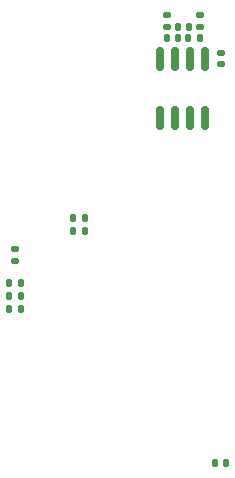
<source format=gbp>
G04 #@! TF.GenerationSoftware,KiCad,Pcbnew,7.0.6*
G04 #@! TF.CreationDate,2024-05-29T18:09:33+12:00*
G04 #@! TF.ProjectId,flight_computer,666c6967-6874-45f6-936f-6d7075746572,rev?*
G04 #@! TF.SameCoordinates,Original*
G04 #@! TF.FileFunction,Paste,Bot*
G04 #@! TF.FilePolarity,Positive*
%FSLAX46Y46*%
G04 Gerber Fmt 4.6, Leading zero omitted, Abs format (unit mm)*
G04 Created by KiCad (PCBNEW 7.0.6) date 2024-05-29 18:09:33*
%MOMM*%
%LPD*%
G01*
G04 APERTURE LIST*
G04 Aperture macros list*
%AMRoundRect*
0 Rectangle with rounded corners*
0 $1 Rounding radius*
0 $2 $3 $4 $5 $6 $7 $8 $9 X,Y pos of 4 corners*
0 Add a 4 corners polygon primitive as box body*
4,1,4,$2,$3,$4,$5,$6,$7,$8,$9,$2,$3,0*
0 Add four circle primitives for the rounded corners*
1,1,$1+$1,$2,$3*
1,1,$1+$1,$4,$5*
1,1,$1+$1,$6,$7*
1,1,$1+$1,$8,$9*
0 Add four rect primitives between the rounded corners*
20,1,$1+$1,$2,$3,$4,$5,0*
20,1,$1+$1,$4,$5,$6,$7,0*
20,1,$1+$1,$6,$7,$8,$9,0*
20,1,$1+$1,$8,$9,$2,$3,0*%
G04 Aperture macros list end*
%ADD10RoundRect,0.140000X0.140000X0.170000X-0.140000X0.170000X-0.140000X-0.170000X0.140000X-0.170000X0*%
%ADD11RoundRect,0.150000X-0.150000X0.825000X-0.150000X-0.825000X0.150000X-0.825000X0.150000X0.825000X0*%
%ADD12RoundRect,0.135000X-0.135000X-0.185000X0.135000X-0.185000X0.135000X0.185000X-0.135000X0.185000X0*%
%ADD13RoundRect,0.140000X-0.140000X-0.170000X0.140000X-0.170000X0.140000X0.170000X-0.140000X0.170000X0*%
%ADD14RoundRect,0.135000X0.135000X0.185000X-0.135000X0.185000X-0.135000X-0.185000X0.135000X-0.185000X0*%
%ADD15RoundRect,0.135000X-0.185000X0.135000X-0.185000X-0.135000X0.185000X-0.135000X0.185000X0.135000X0*%
%ADD16RoundRect,0.140000X0.170000X-0.140000X0.170000X0.140000X-0.170000X0.140000X-0.170000X-0.140000X0*%
%ADD17RoundRect,0.140000X-0.170000X0.140000X-0.170000X-0.140000X0.170000X-0.140000X0.170000X0.140000X0*%
G04 APERTURE END LIST*
D10*
X138640000Y-80660000D03*
X137680000Y-80660000D03*
D11*
X137095000Y-82425000D03*
X138365000Y-82425000D03*
X139635000Y-82425000D03*
X140905000Y-82425000D03*
X140905000Y-87375000D03*
X139635000Y-87375000D03*
X138365000Y-87375000D03*
X137095000Y-87375000D03*
D12*
X129690000Y-97000000D03*
X130710000Y-97000000D03*
D10*
X139540000Y-79660000D03*
X138580000Y-79660000D03*
D13*
X141720000Y-116600000D03*
X142680000Y-116600000D03*
D10*
X140460000Y-80660000D03*
X139500000Y-80660000D03*
D14*
X125310000Y-103600000D03*
X124290000Y-103600000D03*
D15*
X137660000Y-78650000D03*
X137660000Y-79670000D03*
D14*
X125310000Y-102500000D03*
X124290000Y-102500000D03*
D16*
X124800000Y-99480000D03*
X124800000Y-98520000D03*
D17*
X142264500Y-81900000D03*
X142264500Y-82860000D03*
D12*
X129690000Y-95900000D03*
X130710000Y-95900000D03*
D14*
X125310000Y-101400000D03*
X124290000Y-101400000D03*
D15*
X140460000Y-78650000D03*
X140460000Y-79670000D03*
M02*

</source>
